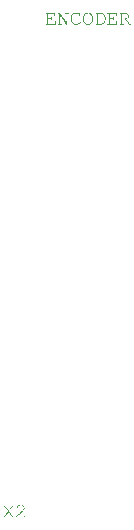
<source format=gbr>
%TF.GenerationSoftware,Altium Limited,Altium Designer,18.0.12 (696)*%
G04 Layer_Color=65535*
%FSLAX26Y26*%
%MOIN*%
%TF.FileFunction,Legend,Top*%
%TF.Part,Single*%
G01*
G75*
G36*
X1667956Y1109001D02*
X1668429Y1108872D01*
X1668644Y1108786D01*
X1668816Y1108657D01*
X1668859D01*
X1668902Y1108571D01*
X1669074Y1108399D01*
X1669203Y1108055D01*
X1669289Y1107840D01*
Y1107625D01*
Y1107582D01*
Y1107539D01*
X1669246Y1107238D01*
X1669074Y1106937D01*
X1668988Y1106765D01*
X1668816Y1106593D01*
X1668730Y1106550D01*
X1668644Y1106507D01*
X1668472Y1106421D01*
X1668300Y1106378D01*
X1668042Y1106292D01*
X1667741Y1106249D01*
X1666322D01*
X1653852Y1089995D01*
X1667139Y1072795D01*
X1668558D01*
X1668773Y1072752D01*
X1669246Y1072623D01*
X1669461Y1072537D01*
X1669633Y1072408D01*
X1669676D01*
X1669719Y1072322D01*
X1669891Y1072150D01*
X1670020Y1071806D01*
X1670106Y1071591D01*
Y1071376D01*
Y1071333D01*
Y1071290D01*
X1670063Y1071032D01*
X1669891Y1070688D01*
X1669805Y1070559D01*
X1669633Y1070387D01*
X1669547Y1070344D01*
X1669461Y1070258D01*
X1669289Y1070215D01*
X1669117Y1070129D01*
X1668859Y1070043D01*
X1668558Y1070000D01*
X1659055D01*
X1658883Y1070043D01*
X1658668D01*
X1658195Y1070172D01*
X1657980Y1070258D01*
X1657808Y1070387D01*
X1657722Y1070473D01*
X1657593Y1070645D01*
X1657464Y1070989D01*
X1657378Y1071376D01*
Y1071419D01*
Y1071505D01*
X1657421Y1071763D01*
X1657550Y1072064D01*
X1657765Y1072408D01*
X1657808D01*
X1657851Y1072451D01*
X1657937Y1072537D01*
X1658109Y1072623D01*
X1658281Y1072666D01*
X1658539Y1072752D01*
X1658840Y1072795D01*
X1663613D01*
X1652089Y1087716D01*
X1640651Y1072795D01*
X1645467D01*
X1645682Y1072752D01*
X1646155Y1072623D01*
X1646370Y1072537D01*
X1646542Y1072408D01*
X1646585D01*
X1646628Y1072322D01*
X1646800Y1072150D01*
X1646929Y1071806D01*
X1647015Y1071591D01*
Y1071376D01*
Y1071333D01*
Y1071290D01*
X1646972Y1071032D01*
X1646800Y1070688D01*
X1646714Y1070559D01*
X1646542Y1070387D01*
X1646456Y1070344D01*
X1646370Y1070258D01*
X1646198Y1070215D01*
X1646026Y1070129D01*
X1645768Y1070043D01*
X1645467Y1070000D01*
X1636007D01*
X1635835Y1070043D01*
X1635620D01*
X1635147Y1070172D01*
X1634932Y1070258D01*
X1634760Y1070387D01*
X1634674Y1070473D01*
X1634545Y1070645D01*
X1634416Y1070989D01*
X1634330Y1071376D01*
Y1071419D01*
Y1071462D01*
X1634373Y1071677D01*
X1634459Y1071935D01*
X1634588Y1072193D01*
X1634631Y1072236D01*
X1634760Y1072408D01*
X1634932Y1072537D01*
X1635147Y1072666D01*
X1635233Y1072709D01*
X1635362D01*
X1635534Y1072752D01*
X1635792D01*
X1636179Y1072795D01*
X1637211D01*
X1650369Y1089952D01*
X1637813Y1106249D01*
X1636437D01*
X1636222Y1106292D01*
X1635749Y1106378D01*
X1635534Y1106464D01*
X1635362Y1106593D01*
X1635276Y1106679D01*
X1635147Y1106851D01*
X1635018Y1107195D01*
X1634932Y1107625D01*
Y1107668D01*
Y1107754D01*
X1634975Y1108012D01*
X1635104Y1108313D01*
X1635362Y1108657D01*
X1635405D01*
X1635448Y1108700D01*
X1635534Y1108786D01*
X1635706Y1108872D01*
X1635878Y1108915D01*
X1636136Y1109001D01*
X1636437Y1109044D01*
X1644779D01*
X1644994Y1109001D01*
X1645510Y1108872D01*
X1645725Y1108786D01*
X1645897Y1108657D01*
X1645940D01*
X1645983Y1108571D01*
X1646155Y1108399D01*
X1646284Y1108055D01*
X1646370Y1107840D01*
Y1107625D01*
Y1107582D01*
Y1107539D01*
X1646327Y1107238D01*
X1646155Y1106937D01*
X1646069Y1106765D01*
X1645897Y1106593D01*
X1645811Y1106550D01*
X1645725Y1106507D01*
X1645553Y1106421D01*
X1645338Y1106378D01*
X1645080Y1106292D01*
X1644779Y1106249D01*
X1641339D01*
X1652132Y1092231D01*
X1662882Y1106249D01*
X1659399D01*
X1659184Y1106292D01*
X1658711Y1106378D01*
X1658453Y1106464D01*
X1658281Y1106593D01*
X1658195Y1106679D01*
X1658066Y1106851D01*
X1657937Y1107195D01*
X1657851Y1107625D01*
Y1107668D01*
Y1107754D01*
X1657894Y1108012D01*
X1658023Y1108313D01*
X1658281Y1108657D01*
X1658324D01*
X1658367Y1108700D01*
X1658453Y1108786D01*
X1658625Y1108872D01*
X1658840Y1108915D01*
X1659098Y1109001D01*
X1659399Y1109044D01*
X1667741D01*
X1667956Y1109001D01*
D02*
G37*
G36*
X1693197Y1112828D02*
X1693541D01*
X1694014Y1112742D01*
X1694530Y1112699D01*
X1695132Y1112570D01*
X1695777Y1112398D01*
X1696422Y1112226D01*
X1697153Y1111968D01*
X1697927Y1111667D01*
X1698658Y1111323D01*
X1699432Y1110893D01*
X1700206Y1110420D01*
X1700937Y1109861D01*
X1701668Y1109216D01*
X1701711Y1109173D01*
X1701840Y1109044D01*
X1702012Y1108829D01*
X1702270Y1108571D01*
X1702528Y1108227D01*
X1702872Y1107797D01*
X1703216Y1107324D01*
X1703560Y1106808D01*
X1703904Y1106249D01*
X1704248Y1105604D01*
X1704592Y1104916D01*
X1704850Y1104185D01*
X1705108Y1103411D01*
X1705280Y1102637D01*
X1705409Y1101820D01*
X1705452Y1100960D01*
Y1100874D01*
Y1100616D01*
X1705409Y1100272D01*
X1705366Y1099799D01*
X1705280Y1099240D01*
X1705194Y1098638D01*
X1705022Y1098036D01*
X1704807Y1097391D01*
X1704764Y1097305D01*
X1704678Y1097133D01*
X1704506Y1096789D01*
X1704291Y1096359D01*
X1703990Y1095843D01*
X1703646Y1095241D01*
X1703173Y1094553D01*
X1702657Y1093865D01*
X1702571Y1093779D01*
X1702485Y1093650D01*
X1702356Y1093521D01*
X1702184Y1093306D01*
X1701969Y1093048D01*
X1701711Y1092790D01*
X1701410Y1092446D01*
X1701066Y1092059D01*
X1700679Y1091629D01*
X1700206Y1091156D01*
X1699733Y1090640D01*
X1699174Y1090081D01*
X1698572Y1089479D01*
X1697927Y1088791D01*
X1697196Y1088103D01*
X1697153Y1088060D01*
X1697067Y1087974D01*
X1696938Y1087845D01*
X1696766Y1087673D01*
X1696508Y1087458D01*
X1696250Y1087157D01*
X1695562Y1086512D01*
X1694745Y1085695D01*
X1693756Y1084749D01*
X1692681Y1083717D01*
X1691520Y1082556D01*
X1690273Y1081395D01*
X1688940Y1080148D01*
X1686274Y1077611D01*
X1684941Y1076364D01*
X1683608Y1075160D01*
X1682361Y1074042D01*
X1681157Y1072967D01*
Y1072795D01*
X1702700D01*
Y1073913D01*
Y1073956D01*
Y1074085D01*
X1702743Y1074257D01*
Y1074472D01*
X1702872Y1074945D01*
X1702958Y1075160D01*
X1703087Y1075332D01*
X1703173Y1075418D01*
X1703345Y1075547D01*
X1703689Y1075676D01*
X1704119Y1075762D01*
X1704205D01*
X1704463Y1075719D01*
X1704764Y1075590D01*
X1705065Y1075332D01*
X1705151Y1075246D01*
X1705194Y1075160D01*
X1705280Y1074988D01*
X1705366Y1074816D01*
X1705409Y1074558D01*
X1705495Y1074257D01*
Y1073913D01*
Y1070000D01*
X1678405D01*
Y1074128D01*
X1678448Y1074171D01*
X1678491Y1074214D01*
X1678620Y1074343D01*
X1678792Y1074472D01*
X1679007Y1074644D01*
X1679265Y1074902D01*
X1679867Y1075461D01*
X1680641Y1076149D01*
X1681544Y1076966D01*
X1682533Y1077912D01*
X1683694Y1078987D01*
X1684898Y1080105D01*
X1686188Y1081352D01*
X1687564Y1082642D01*
X1688983Y1083975D01*
X1690488Y1085394D01*
X1691950Y1086813D01*
X1695003Y1089780D01*
X1695046Y1089823D01*
X1695175Y1089952D01*
X1695347Y1090124D01*
X1695605Y1090382D01*
X1695906Y1090683D01*
X1696293Y1091027D01*
X1697067Y1091844D01*
X1697927Y1092747D01*
X1698787Y1093607D01*
X1699561Y1094467D01*
X1699862Y1094854D01*
X1700163Y1095198D01*
X1700206Y1095284D01*
X1700378Y1095499D01*
X1700636Y1095843D01*
X1700937Y1096230D01*
X1701281Y1096703D01*
X1701582Y1097219D01*
X1701883Y1097735D01*
X1702098Y1098251D01*
X1702141Y1098294D01*
X1702184Y1098466D01*
X1702270Y1098724D01*
X1702399Y1099068D01*
X1702485Y1099498D01*
X1702571Y1099928D01*
X1702614Y1100401D01*
X1702657Y1100917D01*
Y1100960D01*
Y1101089D01*
Y1101261D01*
X1702614Y1101519D01*
X1702571Y1101820D01*
X1702485Y1102207D01*
X1702399Y1102637D01*
X1702313Y1103067D01*
X1701926Y1104056D01*
X1701711Y1104572D01*
X1701410Y1105131D01*
X1701109Y1105690D01*
X1700679Y1106206D01*
X1700249Y1106765D01*
X1699733Y1107281D01*
X1699690Y1107324D01*
X1699604Y1107410D01*
X1699432Y1107539D01*
X1699217Y1107711D01*
X1698959Y1107926D01*
X1698615Y1108184D01*
X1698228Y1108399D01*
X1697798Y1108700D01*
X1697282Y1108958D01*
X1696766Y1109173D01*
X1696164Y1109431D01*
X1695562Y1109646D01*
X1694917Y1109818D01*
X1694229Y1109947D01*
X1693498Y1110033D01*
X1692724Y1110076D01*
X1692380D01*
X1692122Y1110033D01*
X1691778D01*
X1691434Y1109947D01*
X1691004Y1109904D01*
X1690531Y1109818D01*
X1689542Y1109560D01*
X1688424Y1109173D01*
X1687865Y1108915D01*
X1687306Y1108657D01*
X1686790Y1108313D01*
X1686231Y1107926D01*
X1686188Y1107883D01*
X1686102Y1107840D01*
X1685973Y1107711D01*
X1685758Y1107539D01*
X1685285Y1107109D01*
X1684726Y1106507D01*
X1684081Y1105733D01*
X1683479Y1104830D01*
X1682963Y1103841D01*
X1682748Y1103282D01*
X1682576Y1102723D01*
Y1102680D01*
X1682533Y1102594D01*
X1682490Y1102465D01*
X1682447Y1102293D01*
X1682275Y1101906D01*
X1682189Y1101777D01*
X1682060Y1101648D01*
X1681974Y1101605D01*
X1681802Y1101519D01*
X1681501Y1101390D01*
X1681114Y1101347D01*
X1681028D01*
X1680770Y1101390D01*
X1680469Y1101476D01*
X1680168Y1101691D01*
X1680125Y1101777D01*
X1679996Y1101949D01*
X1679824Y1102250D01*
X1679781Y1102637D01*
Y1102723D01*
X1679824Y1102938D01*
X1679867Y1103282D01*
X1679996Y1103755D01*
X1680211Y1104400D01*
X1680512Y1105131D01*
X1680942Y1105991D01*
X1681501Y1106937D01*
X1681544Y1106980D01*
X1681587Y1107066D01*
X1681673Y1107195D01*
X1681845Y1107410D01*
X1682232Y1107883D01*
X1682748Y1108528D01*
X1683436Y1109216D01*
X1684296Y1109947D01*
X1685242Y1110635D01*
X1686317Y1111280D01*
X1686360D01*
X1686446Y1111366D01*
X1686618Y1111409D01*
X1686833Y1111538D01*
X1687134Y1111667D01*
X1687478Y1111796D01*
X1687865Y1111925D01*
X1688295Y1112097D01*
X1689241Y1112355D01*
X1690316Y1112613D01*
X1691477Y1112785D01*
X1692681Y1112871D01*
X1692896D01*
X1693197Y1112828D01*
D02*
G37*
G36*
X2012777Y2742049D02*
Y2742006D01*
Y2741877D01*
Y2741705D01*
X2012734Y2741490D01*
X2012605Y2741017D01*
X2012519Y2740759D01*
X2012390Y2740587D01*
X2012304Y2740544D01*
X2012132Y2740415D01*
X2011788Y2740243D01*
X2011358Y2740200D01*
X2011272D01*
X2010971Y2740243D01*
X2010670Y2740372D01*
X2010326Y2740587D01*
Y2740630D01*
X2010283Y2740673D01*
X2010240Y2740759D01*
X2010154Y2740931D01*
X2010111Y2741146D01*
X2010025Y2741404D01*
X2009982Y2741705D01*
Y2742049D01*
Y2748929D01*
X1989858D01*
Y2734309D01*
X1999920D01*
Y2737491D01*
Y2737534D01*
Y2737663D01*
X1999963Y2737835D01*
Y2738050D01*
X2000092Y2738523D01*
X2000178Y2738738D01*
X2000307Y2738910D01*
X2000393Y2738996D01*
X2000565Y2739125D01*
X2000909Y2739254D01*
X2001296Y2739340D01*
X2001382D01*
X2001640Y2739297D01*
X2001984Y2739168D01*
X2002285Y2738910D01*
X2002371Y2738824D01*
X2002414Y2738738D01*
X2002500Y2738566D01*
X2002586Y2738394D01*
X2002629Y2738136D01*
X2002715Y2737835D01*
Y2737491D01*
Y2728332D01*
Y2728289D01*
Y2728160D01*
Y2727988D01*
X2002672Y2727773D01*
X2002543Y2727300D01*
X2002414Y2727042D01*
X2002285Y2726870D01*
X2002199Y2726827D01*
X2002027Y2726698D01*
X2001726Y2726526D01*
X2001296Y2726483D01*
X2001210D01*
X2000952Y2726526D01*
X2000608Y2726655D01*
X2000307Y2726870D01*
Y2726913D01*
X2000264Y2726956D01*
X2000178Y2727042D01*
X2000135Y2727214D01*
X2000049Y2727429D01*
X1999963Y2727687D01*
X1999920Y2727988D01*
Y2728332D01*
Y2731514D01*
X1989858D01*
Y2715475D01*
X2011444D01*
Y2723774D01*
Y2723817D01*
Y2723946D01*
Y2724118D01*
X2011487Y2724333D01*
X2011573Y2724806D01*
X2011659Y2725021D01*
X2011788Y2725193D01*
X2011874Y2725279D01*
X2012046Y2725408D01*
X2012390Y2725537D01*
X2012820Y2725623D01*
X2012949D01*
X2013207Y2725580D01*
X2013508Y2725451D01*
X2013852Y2725193D01*
X2013895Y2725107D01*
X2013981Y2725021D01*
X2014067Y2724849D01*
X2014110Y2724677D01*
X2014196Y2724419D01*
X2014239Y2724118D01*
Y2723774D01*
Y2712680D01*
X1983107D01*
X1982935Y2712723D01*
X1982720D01*
X1982247Y2712852D01*
X1981989Y2712938D01*
X1981817Y2713067D01*
X1981774Y2713153D01*
X1981645Y2713325D01*
X1981473Y2713669D01*
X1981430Y2714056D01*
Y2714099D01*
Y2714185D01*
X1981473Y2714443D01*
X1981602Y2714744D01*
X1981817Y2715088D01*
X1981860D01*
X1981903Y2715131D01*
X1981989Y2715217D01*
X1982161Y2715303D01*
X1982376Y2715346D01*
X1982634Y2715432D01*
X1982935Y2715475D01*
X1987063D01*
Y2748929D01*
X1982935D01*
X1982720Y2748972D01*
X1982247Y2749058D01*
X1981989Y2749144D01*
X1981817Y2749273D01*
X1981774Y2749359D01*
X1981645Y2749531D01*
X1981473Y2749875D01*
X1981430Y2750305D01*
Y2750348D01*
Y2750434D01*
X1981473Y2750692D01*
X1981602Y2750993D01*
X1981817Y2751337D01*
X1981860D01*
X1981903Y2751380D01*
X1981989Y2751466D01*
X1982161Y2751552D01*
X1982376Y2751595D01*
X1982634Y2751681D01*
X1982935Y2751724D01*
X2012777D01*
Y2742049D01*
D02*
G37*
G36*
X1876983Y2752584D02*
X1877456Y2752541D01*
X1878058Y2752498D01*
X1878746Y2752369D01*
X1879563Y2752240D01*
X1880423Y2752025D01*
X1881326Y2751767D01*
X1882272Y2751466D01*
X1883261Y2751079D01*
X1884293Y2750649D01*
X1885325Y2750090D01*
X1886314Y2749445D01*
X1887346Y2748714D01*
X1888292Y2747897D01*
Y2749832D01*
Y2749875D01*
Y2750004D01*
Y2750176D01*
X1888335Y2750391D01*
X1888421Y2750864D01*
X1888507Y2751079D01*
X1888636Y2751251D01*
Y2751294D01*
X1888722Y2751337D01*
X1888894Y2751509D01*
X1889238Y2751638D01*
X1889453Y2751724D01*
X1889797D01*
X1890055Y2751681D01*
X1890356Y2751509D01*
X1890528Y2751423D01*
X1890700Y2751251D01*
X1890743Y2751165D01*
X1890829Y2751079D01*
X1890915Y2750907D01*
X1890958Y2750735D01*
X1891044Y2750477D01*
X1891087Y2750176D01*
Y2749832D01*
Y2742092D01*
Y2742049D01*
Y2741920D01*
Y2741748D01*
X1891044Y2741533D01*
X1890915Y2741060D01*
X1890829Y2740802D01*
X1890700Y2740630D01*
X1890614Y2740544D01*
X1890442Y2740415D01*
X1890098Y2740286D01*
X1889668Y2740200D01*
X1889582D01*
X1889324Y2740243D01*
X1889023Y2740372D01*
X1888722Y2740587D01*
X1888679Y2740673D01*
X1888507Y2740888D01*
X1888464Y2741060D01*
X1888378Y2741275D01*
X1888335Y2741576D01*
X1888292Y2741877D01*
Y2741920D01*
Y2742006D01*
X1888249Y2742135D01*
X1888206Y2742350D01*
X1888163Y2742608D01*
X1888077Y2742866D01*
X1887862Y2743554D01*
X1887475Y2744328D01*
X1887217Y2744758D01*
X1886916Y2745145D01*
X1886572Y2745575D01*
X1886185Y2746005D01*
X1885755Y2746435D01*
X1885239Y2746865D01*
X1885196Y2746908D01*
X1885067Y2746994D01*
X1884852Y2747123D01*
X1884551Y2747338D01*
X1884207Y2747553D01*
X1883734Y2747811D01*
X1883261Y2748069D01*
X1882702Y2748370D01*
X1882057Y2748628D01*
X1881369Y2748886D01*
X1880638Y2749144D01*
X1879864Y2749359D01*
X1879047Y2749574D01*
X1878187Y2749703D01*
X1877284Y2749789D01*
X1876381Y2749832D01*
X1875822D01*
X1875564Y2749789D01*
X1875220Y2749746D01*
X1874833Y2749703D01*
X1874403Y2749660D01*
X1873457Y2749488D01*
X1872425Y2749230D01*
X1871350Y2748843D01*
X1870275Y2748370D01*
X1870232D01*
X1870189Y2748327D01*
X1869931Y2748198D01*
X1869544Y2747983D01*
X1869028Y2747682D01*
X1868512Y2747295D01*
X1867953Y2746865D01*
X1867394Y2746392D01*
X1866878Y2745833D01*
X1866835Y2745790D01*
X1866792Y2745704D01*
X1866663Y2745575D01*
X1866534Y2745360D01*
X1866319Y2745145D01*
X1866104Y2744844D01*
X1865631Y2744113D01*
X1865072Y2743296D01*
X1864470Y2742307D01*
X1863868Y2741232D01*
X1863352Y2740071D01*
Y2740028D01*
X1863309Y2739985D01*
X1863266Y2739856D01*
X1863223Y2739641D01*
X1863137Y2739426D01*
X1863051Y2739168D01*
X1862922Y2738523D01*
X1862750Y2737749D01*
X1862578Y2736846D01*
X1862492Y2735857D01*
X1862449Y2734782D01*
Y2729880D01*
Y2729794D01*
Y2729622D01*
X1862492Y2729278D01*
X1862535Y2728848D01*
X1862578Y2728289D01*
X1862707Y2727644D01*
X1862836Y2726956D01*
X1863008Y2726182D01*
X1863266Y2725322D01*
X1863567Y2724462D01*
X1863911Y2723559D01*
X1864341Y2722656D01*
X1864857Y2721710D01*
X1865459Y2720807D01*
X1866190Y2719904D01*
X1866964Y2719001D01*
X1867007Y2718958D01*
X1867179Y2718786D01*
X1867437Y2718571D01*
X1867781Y2718270D01*
X1868211Y2717926D01*
X1868727Y2717539D01*
X1869329Y2717152D01*
X1870017Y2716722D01*
X1870748Y2716292D01*
X1871565Y2715862D01*
X1872425Y2715475D01*
X1873371Y2715131D01*
X1874317Y2714830D01*
X1875349Y2714615D01*
X1876424Y2714443D01*
X1877542Y2714400D01*
X1877886D01*
X1878144Y2714443D01*
X1878488D01*
X1878832Y2714486D01*
X1879262Y2714529D01*
X1879692Y2714615D01*
X1880724Y2714787D01*
X1881799Y2715045D01*
X1882917Y2715432D01*
X1883992Y2715948D01*
X1884035D01*
X1884121Y2716034D01*
X1884293Y2716120D01*
X1884465Y2716249D01*
X1884723Y2716421D01*
X1885067Y2716593D01*
X1885755Y2717109D01*
X1886615Y2717754D01*
X1887561Y2718571D01*
X1888550Y2719517D01*
X1889539Y2720635D01*
X1889582Y2720678D01*
X1889625Y2720764D01*
X1889926Y2721022D01*
X1890313Y2721237D01*
X1890528Y2721323D01*
X1890786Y2721366D01*
X1890872D01*
X1891130Y2721323D01*
X1891474Y2721194D01*
X1891775Y2720979D01*
X1891818Y2720936D01*
X1891990Y2720721D01*
X1892119Y2720420D01*
X1892162Y2720033D01*
Y2719990D01*
Y2719904D01*
X1892076Y2719732D01*
X1891990Y2719474D01*
X1891818Y2719130D01*
X1891560Y2718743D01*
X1891173Y2718270D01*
X1890700Y2717711D01*
X1890657Y2717668D01*
X1890571Y2717582D01*
X1890442Y2717410D01*
X1890227Y2717195D01*
X1889969Y2716937D01*
X1889668Y2716679D01*
X1889281Y2716335D01*
X1888894Y2715991D01*
X1887991Y2715260D01*
X1886916Y2714486D01*
X1885755Y2713755D01*
X1884508Y2713110D01*
X1884465D01*
X1884336Y2713067D01*
X1884164Y2712981D01*
X1883906Y2712895D01*
X1883605Y2712766D01*
X1883261Y2712637D01*
X1882831Y2712508D01*
X1882358Y2712379D01*
X1881326Y2712078D01*
X1880165Y2711863D01*
X1878918Y2711691D01*
X1877628Y2711605D01*
X1877112D01*
X1876811Y2711648D01*
X1876510D01*
X1876123Y2711691D01*
X1875693Y2711734D01*
X1874790Y2711906D01*
X1873715Y2712078D01*
X1872597Y2712379D01*
X1871436Y2712766D01*
X1871393D01*
X1871350Y2712809D01*
X1871221Y2712852D01*
X1871049Y2712938D01*
X1870576Y2713110D01*
X1870017Y2713368D01*
X1869415Y2713669D01*
X1868727Y2714013D01*
X1868082Y2714400D01*
X1867437Y2714830D01*
X1867351Y2714873D01*
X1867179Y2715045D01*
X1866835Y2715346D01*
X1866362Y2715776D01*
X1865803Y2716335D01*
X1865158Y2717066D01*
X1864384Y2717883D01*
X1863567Y2718872D01*
X1863524Y2718915D01*
X1863481Y2719001D01*
X1863352Y2719173D01*
X1863180Y2719345D01*
X1863008Y2719603D01*
X1862793Y2719904D01*
X1862320Y2720635D01*
X1861804Y2721452D01*
X1861288Y2722312D01*
X1860858Y2723258D01*
X1860471Y2724161D01*
Y2724204D01*
X1860428Y2724290D01*
X1860385Y2724419D01*
X1860342Y2724591D01*
X1860299Y2724806D01*
X1860213Y2725107D01*
X1860084Y2725752D01*
X1859912Y2726526D01*
X1859783Y2727429D01*
X1859697Y2728418D01*
X1859654Y2729493D01*
Y2735212D01*
Y2735255D01*
Y2735384D01*
Y2735642D01*
X1859697Y2735943D01*
X1859740Y2736287D01*
X1859783Y2736760D01*
X1859826Y2737233D01*
X1859912Y2737835D01*
X1860041Y2738437D01*
X1860170Y2739082D01*
X1860600Y2740501D01*
X1860815Y2741275D01*
X1861116Y2742049D01*
X1861460Y2742823D01*
X1861847Y2743640D01*
X1861890Y2743683D01*
X1861933Y2743812D01*
X1862062Y2744070D01*
X1862277Y2744371D01*
X1862492Y2744715D01*
X1862750Y2745145D01*
X1863094Y2745618D01*
X1863438Y2746091D01*
X1863868Y2746650D01*
X1864298Y2747166D01*
X1865330Y2748284D01*
X1866534Y2749359D01*
X1867222Y2749832D01*
X1867910Y2750305D01*
X1867953Y2750348D01*
X1868082Y2750391D01*
X1868297Y2750520D01*
X1868598Y2750649D01*
X1868942Y2750864D01*
X1869372Y2751036D01*
X1869845Y2751251D01*
X1870404Y2751466D01*
X1871006Y2751681D01*
X1871651Y2751896D01*
X1872339Y2752111D01*
X1873070Y2752283D01*
X1874661Y2752541D01*
X1875478Y2752584D01*
X1876295Y2752627D01*
X1876596D01*
X1876983Y2752584D01*
D02*
G37*
G36*
X1807667Y2742049D02*
Y2742006D01*
Y2741877D01*
Y2741705D01*
X1807624Y2741490D01*
X1807495Y2741017D01*
X1807409Y2740759D01*
X1807280Y2740587D01*
X1807194Y2740544D01*
X1807022Y2740415D01*
X1806678Y2740243D01*
X1806248Y2740200D01*
X1806162D01*
X1805861Y2740243D01*
X1805560Y2740372D01*
X1805216Y2740587D01*
Y2740630D01*
X1805173Y2740673D01*
X1805130Y2740759D01*
X1805044Y2740931D01*
X1805001Y2741146D01*
X1804915Y2741404D01*
X1804872Y2741705D01*
Y2742049D01*
Y2748929D01*
X1784748D01*
Y2734309D01*
X1794810D01*
Y2737491D01*
Y2737534D01*
Y2737663D01*
X1794853Y2737835D01*
Y2738050D01*
X1794982Y2738523D01*
X1795068Y2738738D01*
X1795197Y2738910D01*
X1795283Y2738996D01*
X1795455Y2739125D01*
X1795799Y2739254D01*
X1796186Y2739340D01*
X1796272D01*
X1796530Y2739297D01*
X1796874Y2739168D01*
X1797175Y2738910D01*
X1797261Y2738824D01*
X1797304Y2738738D01*
X1797390Y2738566D01*
X1797476Y2738394D01*
X1797519Y2738136D01*
X1797605Y2737835D01*
Y2737491D01*
Y2728332D01*
Y2728289D01*
Y2728160D01*
Y2727988D01*
X1797562Y2727773D01*
X1797433Y2727300D01*
X1797304Y2727042D01*
X1797175Y2726870D01*
X1797089Y2726827D01*
X1796917Y2726698D01*
X1796616Y2726526D01*
X1796186Y2726483D01*
X1796100D01*
X1795842Y2726526D01*
X1795498Y2726655D01*
X1795197Y2726870D01*
Y2726913D01*
X1795154Y2726956D01*
X1795068Y2727042D01*
X1795025Y2727214D01*
X1794939Y2727429D01*
X1794853Y2727687D01*
X1794810Y2727988D01*
Y2728332D01*
Y2731514D01*
X1784748D01*
Y2715475D01*
X1806334D01*
Y2723774D01*
Y2723817D01*
Y2723946D01*
Y2724118D01*
X1806377Y2724333D01*
X1806463Y2724806D01*
X1806549Y2725021D01*
X1806678Y2725193D01*
X1806764Y2725279D01*
X1806936Y2725408D01*
X1807280Y2725537D01*
X1807710Y2725623D01*
X1807839D01*
X1808097Y2725580D01*
X1808398Y2725451D01*
X1808742Y2725193D01*
X1808785Y2725107D01*
X1808871Y2725021D01*
X1808957Y2724849D01*
X1809000Y2724677D01*
X1809086Y2724419D01*
X1809129Y2724118D01*
Y2723774D01*
Y2712680D01*
X1777997D01*
X1777825Y2712723D01*
X1777610D01*
X1777137Y2712852D01*
X1776879Y2712938D01*
X1776707Y2713067D01*
X1776664Y2713153D01*
X1776535Y2713325D01*
X1776363Y2713669D01*
X1776320Y2714056D01*
Y2714099D01*
Y2714185D01*
X1776363Y2714443D01*
X1776492Y2714744D01*
X1776707Y2715088D01*
X1776750D01*
X1776793Y2715131D01*
X1776879Y2715217D01*
X1777051Y2715303D01*
X1777266Y2715346D01*
X1777524Y2715432D01*
X1777825Y2715475D01*
X1781953D01*
Y2748929D01*
X1777825D01*
X1777610Y2748972D01*
X1777137Y2749058D01*
X1776879Y2749144D01*
X1776707Y2749273D01*
X1776664Y2749359D01*
X1776535Y2749531D01*
X1776363Y2749875D01*
X1776320Y2750305D01*
Y2750348D01*
Y2750434D01*
X1776363Y2750692D01*
X1776492Y2750993D01*
X1776707Y2751337D01*
X1776750D01*
X1776793Y2751380D01*
X1776879Y2751466D01*
X1777051Y2751552D01*
X1777266Y2751595D01*
X1777524Y2751681D01*
X1777825Y2751724D01*
X1807667D01*
Y2742049D01*
D02*
G37*
G36*
X1851570Y2751681D02*
X1852043Y2751552D01*
X1852258Y2751466D01*
X1852430Y2751337D01*
X1852473D01*
X1852516Y2751251D01*
X1852688Y2751079D01*
X1852817Y2750735D01*
X1852903Y2750520D01*
Y2750305D01*
Y2750262D01*
Y2750219D01*
X1852860Y2749918D01*
X1852688Y2749617D01*
X1852602Y2749445D01*
X1852430Y2749273D01*
X1852344Y2749230D01*
X1852258Y2749187D01*
X1852086Y2749101D01*
X1851914Y2749058D01*
X1851656Y2748972D01*
X1851355Y2748929D01*
X1848646D01*
Y2712680D01*
X1844991D01*
X1824394Y2747639D01*
Y2715475D01*
X1829898D01*
X1830113Y2715432D01*
X1830586Y2715303D01*
X1830801Y2715217D01*
X1830973Y2715088D01*
X1831016D01*
X1831059Y2715002D01*
X1831231Y2714830D01*
X1831360Y2714486D01*
X1831446Y2714271D01*
Y2714056D01*
Y2714013D01*
Y2713970D01*
X1831403Y2713712D01*
X1831231Y2713368D01*
X1831145Y2713239D01*
X1830973Y2713067D01*
X1830887Y2713024D01*
X1830801Y2712938D01*
X1830629Y2712895D01*
X1830457Y2712809D01*
X1830199Y2712723D01*
X1829898Y2712680D01*
X1819062D01*
X1818890Y2712723D01*
X1818675D01*
X1818202Y2712852D01*
X1817944Y2712938D01*
X1817772Y2713067D01*
X1817686Y2713153D01*
X1817557Y2713325D01*
X1817428Y2713669D01*
X1817342Y2714056D01*
Y2714099D01*
Y2714185D01*
X1817385Y2714443D01*
X1817514Y2714744D01*
X1817772Y2715088D01*
X1817815D01*
X1817858Y2715131D01*
X1817944Y2715217D01*
X1818116Y2715303D01*
X1818331Y2715346D01*
X1818589Y2715432D01*
X1818890Y2715475D01*
X1821599D01*
Y2748929D01*
X1817514D01*
X1817299Y2748972D01*
X1816826Y2749058D01*
X1816568Y2749144D01*
X1816396Y2749273D01*
X1816310Y2749359D01*
X1816181Y2749531D01*
X1816052Y2749875D01*
X1815966Y2750305D01*
Y2750348D01*
Y2750434D01*
X1816009Y2750692D01*
X1816138Y2750993D01*
X1816396Y2751337D01*
X1816439D01*
X1816482Y2751380D01*
X1816568Y2751466D01*
X1816740Y2751552D01*
X1816955Y2751595D01*
X1817213Y2751681D01*
X1817514Y2751724D01*
X1825211D01*
X1845851Y2716722D01*
Y2748929D01*
X1840347D01*
X1840132Y2748972D01*
X1839659Y2749058D01*
X1839401Y2749144D01*
X1839229Y2749273D01*
X1839143Y2749359D01*
X1839014Y2749531D01*
X1838885Y2749875D01*
X1838799Y2750305D01*
Y2750348D01*
Y2750434D01*
X1838842Y2750692D01*
X1838971Y2750993D01*
X1839186Y2751337D01*
X1839229D01*
X1839272Y2751380D01*
X1839401Y2751466D01*
X1839530Y2751552D01*
X1839745Y2751595D01*
X1840003Y2751681D01*
X1840304Y2751724D01*
X1851355D01*
X1851570Y2751681D01*
D02*
G37*
G36*
X2042103D02*
X2042576Y2751638D01*
X2043092Y2751552D01*
X2043694Y2751423D01*
X2044296Y2751294D01*
X2044984Y2751122D01*
X2045715Y2750907D01*
X2046446Y2750649D01*
X2047177Y2750305D01*
X2047908Y2749918D01*
X2048639Y2749488D01*
X2049370Y2748972D01*
X2050058Y2748370D01*
X2050101Y2748327D01*
X2050230Y2748241D01*
X2050402Y2748026D01*
X2050617Y2747768D01*
X2050918Y2747467D01*
X2051219Y2747123D01*
X2051520Y2746693D01*
X2051864Y2746177D01*
X2052208Y2745661D01*
X2052509Y2745102D01*
X2053111Y2743812D01*
X2053326Y2743124D01*
X2053498Y2742393D01*
X2053627Y2741662D01*
X2053670Y2740888D01*
Y2740845D01*
Y2740759D01*
Y2740587D01*
X2053627Y2740372D01*
X2053584Y2740114D01*
X2053541Y2739813D01*
X2053412Y2739039D01*
X2053111Y2738179D01*
X2052724Y2737233D01*
X2052466Y2736717D01*
X2052165Y2736244D01*
X2051821Y2735728D01*
X2051434Y2735212D01*
X2051391Y2735169D01*
X2051348Y2735083D01*
X2051176Y2734954D01*
X2051004Y2734782D01*
X2050746Y2734567D01*
X2050445Y2734309D01*
X2050101Y2734008D01*
X2049671Y2733664D01*
X2049198Y2733363D01*
X2048639Y2732976D01*
X2048037Y2732632D01*
X2047349Y2732245D01*
X2046618Y2731901D01*
X2045801Y2731514D01*
X2044941Y2731170D01*
X2043995Y2730826D01*
X2044038Y2730783D01*
X2044124Y2730740D01*
X2044296Y2730611D01*
X2044511Y2730439D01*
X2044769Y2730267D01*
X2045070Y2730009D01*
X2045758Y2729450D01*
X2046575Y2728762D01*
X2047435Y2727945D01*
X2048295Y2727042D01*
X2049112Y2726096D01*
X2049155Y2726053D01*
X2049198Y2725967D01*
X2049327Y2725795D01*
X2049542Y2725580D01*
X2049757Y2725236D01*
X2050058Y2724849D01*
X2050402Y2724376D01*
X2050789Y2723817D01*
X2051219Y2723129D01*
X2051735Y2722355D01*
X2052294Y2721495D01*
X2052939Y2720549D01*
X2053584Y2719431D01*
X2054358Y2718227D01*
X2055132Y2716937D01*
X2055992Y2715475D01*
X2058443D01*
X2058658Y2715432D01*
X2059131Y2715303D01*
X2059346Y2715217D01*
X2059518Y2715088D01*
X2059561D01*
X2059604Y2715002D01*
X2059776Y2714830D01*
X2059905Y2714486D01*
X2059991Y2714271D01*
Y2714056D01*
Y2714013D01*
Y2713970D01*
X2059948Y2713712D01*
X2059776Y2713368D01*
X2059690Y2713239D01*
X2059518Y2713067D01*
X2059432Y2713024D01*
X2059346Y2712938D01*
X2059174Y2712895D01*
X2059002Y2712809D01*
X2058744Y2712723D01*
X2058443Y2712680D01*
X2054358D01*
Y2712723D01*
X2054315Y2712766D01*
X2054229Y2712895D01*
X2054143Y2713067D01*
X2054014Y2713282D01*
X2053842Y2713540D01*
X2053498Y2714185D01*
X2053068Y2714916D01*
X2052552Y2715776D01*
X2051993Y2716722D01*
X2051391Y2717711D01*
X2050101Y2719818D01*
X2049456Y2720850D01*
X2048768Y2721839D01*
X2048123Y2722785D01*
X2047478Y2723688D01*
X2046876Y2724462D01*
X2046317Y2725107D01*
X2046274Y2725150D01*
X2046188Y2725236D01*
X2046016Y2725408D01*
X2045801Y2725623D01*
X2045543Y2725881D01*
X2045242Y2726225D01*
X2044855Y2726569D01*
X2044425Y2726913D01*
X2043995Y2727300D01*
X2043479Y2727730D01*
X2042361Y2728547D01*
X2041114Y2729364D01*
X2039781Y2730095D01*
X2030880D01*
Y2715475D01*
X2036384D01*
X2036599Y2715432D01*
X2037072Y2715303D01*
X2037287Y2715217D01*
X2037459Y2715088D01*
X2037502D01*
X2037545Y2715002D01*
X2037717Y2714830D01*
X2037846Y2714486D01*
X2037932Y2714271D01*
Y2714056D01*
Y2714013D01*
Y2713970D01*
X2037889Y2713712D01*
X2037717Y2713368D01*
X2037631Y2713239D01*
X2037459Y2713067D01*
X2037373Y2713024D01*
X2037287Y2712938D01*
X2037115Y2712895D01*
X2036943Y2712809D01*
X2036685Y2712723D01*
X2036384Y2712680D01*
X2024172D01*
X2024000Y2712723D01*
X2023785D01*
X2023312Y2712852D01*
X2023054Y2712938D01*
X2022882Y2713067D01*
X2022796Y2713153D01*
X2022667Y2713325D01*
X2022538Y2713669D01*
X2022452Y2714056D01*
Y2714099D01*
Y2714185D01*
X2022495Y2714443D01*
X2022624Y2714744D01*
X2022882Y2715088D01*
X2022925D01*
X2022968Y2715131D01*
X2023054Y2715217D01*
X2023226Y2715303D01*
X2023441Y2715346D01*
X2023699Y2715432D01*
X2024000Y2715475D01*
X2028085D01*
Y2748929D01*
X2024000D01*
X2023785Y2748972D01*
X2023312Y2749058D01*
X2023054Y2749144D01*
X2022882Y2749273D01*
X2022796Y2749359D01*
X2022667Y2749531D01*
X2022538Y2749875D01*
X2022452Y2750305D01*
Y2750348D01*
Y2750434D01*
X2022495Y2750692D01*
X2022624Y2750993D01*
X2022882Y2751337D01*
X2022925D01*
X2022968Y2751380D01*
X2023054Y2751466D01*
X2023226Y2751552D01*
X2023441Y2751595D01*
X2023699Y2751681D01*
X2024000Y2751724D01*
X2041759D01*
X2042103Y2751681D01*
D02*
G37*
G36*
X1960274D02*
X1960575D01*
X1960962Y2751638D01*
X1961349Y2751595D01*
X1961822Y2751552D01*
X1962811Y2751337D01*
X1963886Y2751079D01*
X1965004Y2750735D01*
X1966122Y2750219D01*
X1966165D01*
X1966251Y2750133D01*
X1966423Y2750090D01*
X1966595Y2749961D01*
X1966853Y2749832D01*
X1967111Y2749660D01*
X1967799Y2749273D01*
X1968487Y2748757D01*
X1969261Y2748198D01*
X1969949Y2747596D01*
X1970594Y2746908D01*
X1970637Y2746865D01*
X1970723Y2746779D01*
X1970852Y2746607D01*
X1971024Y2746349D01*
X1971239Y2746048D01*
X1971497Y2745704D01*
X1971798Y2745317D01*
X1972099Y2744887D01*
X1972744Y2743855D01*
X1973389Y2742737D01*
X1974034Y2741490D01*
X1974593Y2740200D01*
Y2740157D01*
X1974636Y2740071D01*
X1974679Y2739942D01*
X1974765Y2739727D01*
X1974808Y2739512D01*
X1974894Y2739211D01*
X1974980Y2738867D01*
X1975109Y2738480D01*
X1975281Y2737577D01*
X1975410Y2736545D01*
X1975539Y2735384D01*
X1975582Y2734137D01*
Y2730224D01*
Y2730181D01*
Y2730052D01*
Y2729794D01*
X1975539Y2729493D01*
Y2729106D01*
X1975496Y2728633D01*
X1975410Y2728117D01*
X1975324Y2727558D01*
X1975238Y2726956D01*
X1975109Y2726311D01*
X1974765Y2724892D01*
X1974292Y2723387D01*
X1973991Y2722656D01*
X1973647Y2721882D01*
Y2721839D01*
X1973561Y2721710D01*
X1973432Y2721495D01*
X1973303Y2721194D01*
X1973088Y2720850D01*
X1972830Y2720463D01*
X1972529Y2719990D01*
X1972142Y2719517D01*
X1971755Y2718958D01*
X1971282Y2718399D01*
X1970766Y2717840D01*
X1970164Y2717238D01*
X1969562Y2716636D01*
X1968874Y2716034D01*
X1968143Y2715432D01*
X1967326Y2714873D01*
X1967283Y2714830D01*
X1967197Y2714787D01*
X1966982Y2714658D01*
X1966724Y2714529D01*
X1966423Y2714357D01*
X1966036Y2714185D01*
X1965606Y2713970D01*
X1965133Y2713798D01*
X1964574Y2713583D01*
X1964015Y2713368D01*
X1963370Y2713196D01*
X1962682Y2713024D01*
X1961263Y2712766D01*
X1960489Y2712723D01*
X1959672Y2712680D01*
X1944450D01*
X1944278Y2712723D01*
X1944063D01*
X1943590Y2712852D01*
X1943332Y2712938D01*
X1943160Y2713067D01*
X1943074Y2713153D01*
X1942945Y2713325D01*
X1942816Y2713669D01*
X1942730Y2714056D01*
Y2714099D01*
Y2714185D01*
X1942773Y2714443D01*
X1942902Y2714744D01*
X1943160Y2715088D01*
X1943203D01*
X1943246Y2715131D01*
X1943332Y2715217D01*
X1943504Y2715303D01*
X1943719Y2715346D01*
X1943977Y2715432D01*
X1944278Y2715475D01*
X1946987D01*
Y2748929D01*
X1944278D01*
X1944063Y2748972D01*
X1943590Y2749058D01*
X1943332Y2749144D01*
X1943160Y2749273D01*
X1943074Y2749359D01*
X1942945Y2749531D01*
X1942816Y2749875D01*
X1942730Y2750305D01*
Y2750348D01*
Y2750434D01*
X1942773Y2750692D01*
X1942902Y2750993D01*
X1943160Y2751337D01*
X1943203D01*
X1943246Y2751380D01*
X1943332Y2751466D01*
X1943504Y2751552D01*
X1943719Y2751595D01*
X1943977Y2751681D01*
X1944278Y2751724D01*
X1960016D01*
X1960274Y2751681D01*
D02*
G37*
G36*
X1917833Y2752584D02*
X1918220Y2752541D01*
X1918693Y2752498D01*
X1919252Y2752412D01*
X1919854Y2752283D01*
X1920456Y2752154D01*
X1921144Y2751982D01*
X1921832Y2751767D01*
X1922563Y2751466D01*
X1923337Y2751165D01*
X1924068Y2750821D01*
X1924842Y2750391D01*
X1925573Y2749918D01*
X1925616Y2749875D01*
X1925745Y2749789D01*
X1925960Y2749660D01*
X1926218Y2749445D01*
X1926562Y2749144D01*
X1926949Y2748843D01*
X1927379Y2748456D01*
X1927852Y2747983D01*
X1928368Y2747467D01*
X1928884Y2746951D01*
X1929400Y2746306D01*
X1929916Y2745661D01*
X1930432Y2744930D01*
X1930948Y2744156D01*
X1931421Y2743339D01*
X1931851Y2742479D01*
X1931894Y2742436D01*
X1931937Y2742264D01*
X1932066Y2742006D01*
X1932195Y2741662D01*
X1932410Y2741232D01*
X1932582Y2740673D01*
X1932797Y2740071D01*
X1933012Y2739426D01*
X1933227Y2738652D01*
X1933442Y2737878D01*
X1933657Y2737018D01*
X1933829Y2736115D01*
X1933958Y2735169D01*
X1934087Y2734180D01*
X1934130Y2733148D01*
X1934173Y2732116D01*
Y2732073D01*
Y2731858D01*
Y2731557D01*
X1934130Y2731170D01*
X1934087Y2730654D01*
X1934044Y2730095D01*
X1934001Y2729407D01*
X1933872Y2728719D01*
X1933786Y2727945D01*
X1933614Y2727085D01*
X1933227Y2725365D01*
X1932969Y2724462D01*
X1932668Y2723516D01*
X1932281Y2722613D01*
X1931894Y2721710D01*
X1931851Y2721667D01*
X1931808Y2721495D01*
X1931679Y2721237D01*
X1931464Y2720936D01*
X1931249Y2720506D01*
X1930948Y2720076D01*
X1930647Y2719560D01*
X1930260Y2719001D01*
X1929830Y2718399D01*
X1929357Y2717797D01*
X1928841Y2717195D01*
X1928282Y2716550D01*
X1927680Y2715948D01*
X1927035Y2715346D01*
X1926347Y2714787D01*
X1925616Y2714271D01*
X1925573Y2714228D01*
X1925444Y2714142D01*
X1925229Y2714013D01*
X1924928Y2713841D01*
X1924541Y2713669D01*
X1924111Y2713411D01*
X1923595Y2713196D01*
X1923036Y2712938D01*
X1922434Y2712680D01*
X1921789Y2712465D01*
X1921058Y2712207D01*
X1920327Y2712035D01*
X1919553Y2711863D01*
X1918736Y2711734D01*
X1917919Y2711648D01*
X1917059Y2711605D01*
X1916758D01*
X1916414Y2711648D01*
X1915898Y2711691D01*
X1915339Y2711777D01*
X1914651Y2711906D01*
X1913877Y2712078D01*
X1913017Y2712336D01*
X1912114Y2712637D01*
X1911168Y2713024D01*
X1910179Y2713454D01*
X1909147Y2714013D01*
X1908115Y2714658D01*
X1907083Y2715432D01*
X1906094Y2716335D01*
X1905105Y2717324D01*
X1905062Y2717410D01*
X1904890Y2717582D01*
X1904632Y2717926D01*
X1904288Y2718356D01*
X1903901Y2718958D01*
X1903471Y2719646D01*
X1903041Y2720420D01*
X1902568Y2721323D01*
X1902052Y2722355D01*
X1901622Y2723473D01*
X1901192Y2724677D01*
X1900805Y2726010D01*
X1900461Y2727386D01*
X1900203Y2728891D01*
X1900031Y2730482D01*
X1899988Y2732116D01*
Y2732159D01*
Y2732202D01*
Y2732331D01*
Y2732503D01*
Y2732718D01*
X1900031Y2732976D01*
X1900074Y2733621D01*
X1900160Y2734395D01*
X1900246Y2735255D01*
X1900418Y2736287D01*
X1900633Y2737362D01*
X1900891Y2738480D01*
X1901235Y2739684D01*
X1901665Y2740931D01*
X1902138Y2742135D01*
X1902740Y2743382D01*
X1903428Y2744586D01*
X1904202Y2745747D01*
X1905105Y2746865D01*
X1905148Y2746951D01*
X1905320Y2747123D01*
X1905621Y2747381D01*
X1906008Y2747768D01*
X1906524Y2748198D01*
X1907083Y2748671D01*
X1907771Y2749230D01*
X1908545Y2749746D01*
X1909362Y2750305D01*
X1910308Y2750821D01*
X1911297Y2751294D01*
X1912329Y2751724D01*
X1913447Y2752111D01*
X1914608Y2752369D01*
X1915812Y2752584D01*
X1917059Y2752627D01*
X1917489D01*
X1917833Y2752584D01*
D02*
G37*
%LPC*%
G36*
X2041157Y2748929D02*
X2030880D01*
Y2732890D01*
X2038835D01*
X2039136Y2732933D01*
X2039437D01*
X2039824Y2732976D01*
X2040254Y2733019D01*
X2040727Y2733062D01*
X2041759Y2733234D01*
X2042877Y2733449D01*
X2044038Y2733793D01*
X2045156Y2734223D01*
X2045199D01*
X2045285Y2734266D01*
X2045457Y2734352D01*
X2045629Y2734481D01*
X2045887Y2734610D01*
X2046188Y2734739D01*
X2046833Y2735126D01*
X2047521Y2735556D01*
X2048252Y2736115D01*
X2048940Y2736717D01*
X2049499Y2737362D01*
X2049542Y2737448D01*
X2049714Y2737663D01*
X2049929Y2738050D01*
X2050187Y2738480D01*
X2050445Y2739039D01*
X2050660Y2739684D01*
X2050832Y2740329D01*
X2050875Y2741017D01*
Y2741060D01*
Y2741146D01*
Y2741275D01*
X2050832Y2741490D01*
X2050789Y2741748D01*
X2050746Y2742049D01*
X2050531Y2742737D01*
X2050187Y2743554D01*
X2049972Y2743984D01*
X2049671Y2744457D01*
X2049370Y2744930D01*
X2048983Y2745403D01*
X2048553Y2745876D01*
X2048037Y2746349D01*
X2047994Y2746392D01*
X2047908Y2746478D01*
X2047736Y2746607D01*
X2047521Y2746736D01*
X2047263Y2746951D01*
X2046919Y2747166D01*
X2046532Y2747381D01*
X2046102Y2747639D01*
X2045629Y2747897D01*
X2045113Y2748112D01*
X2043952Y2748542D01*
X2043307Y2748671D01*
X2042619Y2748800D01*
X2041888Y2748886D01*
X2041157Y2748929D01*
D02*
G37*
G36*
X1959930D02*
X1949782D01*
Y2715475D01*
X1960274D01*
X1960532Y2715518D01*
X1960833Y2715561D01*
X1961220Y2715604D01*
X1961650Y2715647D01*
X1962080Y2715776D01*
X1963112Y2716034D01*
X1964230Y2716421D01*
X1964789Y2716679D01*
X1965391Y2717023D01*
X1965993Y2717367D01*
X1966552Y2717754D01*
X1966595Y2717797D01*
X1966681Y2717840D01*
X1966853Y2717969D01*
X1967068Y2718141D01*
X1967326Y2718399D01*
X1967627Y2718657D01*
X1968315Y2719302D01*
X1969046Y2720119D01*
X1969820Y2721022D01*
X1970551Y2722097D01*
X1971196Y2723258D01*
Y2723301D01*
X1971282Y2723387D01*
X1971325Y2723602D01*
X1971454Y2723817D01*
X1971583Y2724118D01*
X1971712Y2724462D01*
X1971841Y2724849D01*
X1972013Y2725279D01*
X1972271Y2726268D01*
X1972529Y2727343D01*
X1972701Y2728461D01*
X1972787Y2729622D01*
Y2734739D01*
Y2734782D01*
Y2734868D01*
Y2734997D01*
Y2735169D01*
X1972744Y2735642D01*
X1972701Y2736287D01*
X1972572Y2737018D01*
X1972443Y2737749D01*
X1972228Y2738566D01*
X1971927Y2739340D01*
Y2739383D01*
X1971884Y2739469D01*
X1971798Y2739641D01*
X1971712Y2739856D01*
X1971583Y2740114D01*
X1971411Y2740415D01*
X1971067Y2741189D01*
X1970551Y2742049D01*
X1969992Y2742995D01*
X1969304Y2744027D01*
X1968530Y2745016D01*
X1968487Y2745102D01*
X1968315Y2745274D01*
X1968014Y2745532D01*
X1967627Y2745919D01*
X1967111Y2746306D01*
X1966509Y2746779D01*
X1965778Y2747209D01*
X1964961Y2747682D01*
X1964918D01*
X1964875Y2747725D01*
X1964746Y2747811D01*
X1964574Y2747897D01*
X1964359Y2747983D01*
X1964101Y2748069D01*
X1963456Y2748327D01*
X1962725Y2748542D01*
X1961865Y2748757D01*
X1960919Y2748886D01*
X1959930Y2748929D01*
D02*
G37*
G36*
X1917059Y2749832D02*
X1916801D01*
X1916500Y2749789D01*
X1916070Y2749746D01*
X1915554Y2749660D01*
X1914995Y2749574D01*
X1914307Y2749402D01*
X1913576Y2749187D01*
X1912802Y2748886D01*
X1911985Y2748542D01*
X1911168Y2748155D01*
X1910308Y2747639D01*
X1909448Y2747037D01*
X1908588Y2746349D01*
X1907771Y2745532D01*
X1906954Y2744629D01*
X1906911Y2744586D01*
X1906782Y2744414D01*
X1906567Y2744113D01*
X1906309Y2743683D01*
X1906008Y2743210D01*
X1905621Y2742608D01*
X1905277Y2741920D01*
X1904890Y2741103D01*
X1904460Y2740243D01*
X1904116Y2739297D01*
X1903772Y2738265D01*
X1903428Y2737147D01*
X1903170Y2735986D01*
X1902955Y2734739D01*
X1902826Y2733449D01*
X1902783Y2732116D01*
Y2732030D01*
Y2731772D01*
X1902826Y2731342D01*
X1902869Y2730826D01*
X1902912Y2730138D01*
X1902998Y2729364D01*
X1903170Y2728504D01*
X1903342Y2727601D01*
X1903557Y2726612D01*
X1903858Y2725580D01*
X1904202Y2724505D01*
X1904632Y2723430D01*
X1905148Y2722355D01*
X1905707Y2721323D01*
X1906395Y2720291D01*
X1907169Y2719345D01*
X1907212Y2719302D01*
X1907384Y2719130D01*
X1907599Y2718872D01*
X1907943Y2718571D01*
X1908373Y2718184D01*
X1908846Y2717797D01*
X1909405Y2717324D01*
X1910050Y2716894D01*
X1910738Y2716421D01*
X1911512Y2715948D01*
X1912329Y2715561D01*
X1913189Y2715174D01*
X1914092Y2714873D01*
X1915038Y2714615D01*
X1916027Y2714443D01*
X1917059Y2714400D01*
X1917360D01*
X1917661Y2714443D01*
X1918091Y2714486D01*
X1918650Y2714572D01*
X1919252Y2714701D01*
X1919983Y2714873D01*
X1920714Y2715088D01*
X1921531Y2715346D01*
X1922348Y2715733D01*
X1923208Y2716163D01*
X1924068Y2716679D01*
X1924928Y2717324D01*
X1925745Y2718012D01*
X1926562Y2718872D01*
X1927336Y2719818D01*
X1927379Y2719861D01*
X1927508Y2720076D01*
X1927723Y2720377D01*
X1927981Y2720764D01*
X1928282Y2721280D01*
X1928626Y2721882D01*
X1928970Y2722613D01*
X1929357Y2723387D01*
X1929701Y2724247D01*
X1930088Y2725193D01*
X1930432Y2726225D01*
X1930733Y2727300D01*
X1930991Y2728418D01*
X1931206Y2729622D01*
X1931335Y2730826D01*
X1931378Y2732116D01*
Y2732202D01*
Y2732417D01*
X1931335Y2732804D01*
X1931292Y2733277D01*
X1931249Y2733879D01*
X1931163Y2734567D01*
X1931034Y2735341D01*
X1930862Y2736201D01*
X1930647Y2737147D01*
X1930389Y2738093D01*
X1930045Y2739125D01*
X1929658Y2740157D01*
X1929185Y2741232D01*
X1928669Y2742307D01*
X1928024Y2743339D01*
X1927336Y2744371D01*
X1927293Y2744414D01*
X1927164Y2744586D01*
X1926949Y2744887D01*
X1926605Y2745231D01*
X1926218Y2745618D01*
X1925745Y2746091D01*
X1925186Y2746607D01*
X1924584Y2747123D01*
X1923853Y2747596D01*
X1923079Y2748112D01*
X1922262Y2748585D01*
X1921316Y2748972D01*
X1920370Y2749316D01*
X1919338Y2749617D01*
X1918220Y2749789D01*
X1917059Y2749832D01*
D02*
G37*
%LPD*%
%TF.MD5,1e918e9573f55742babe12fcd2fa8be1*%
M02*

</source>
